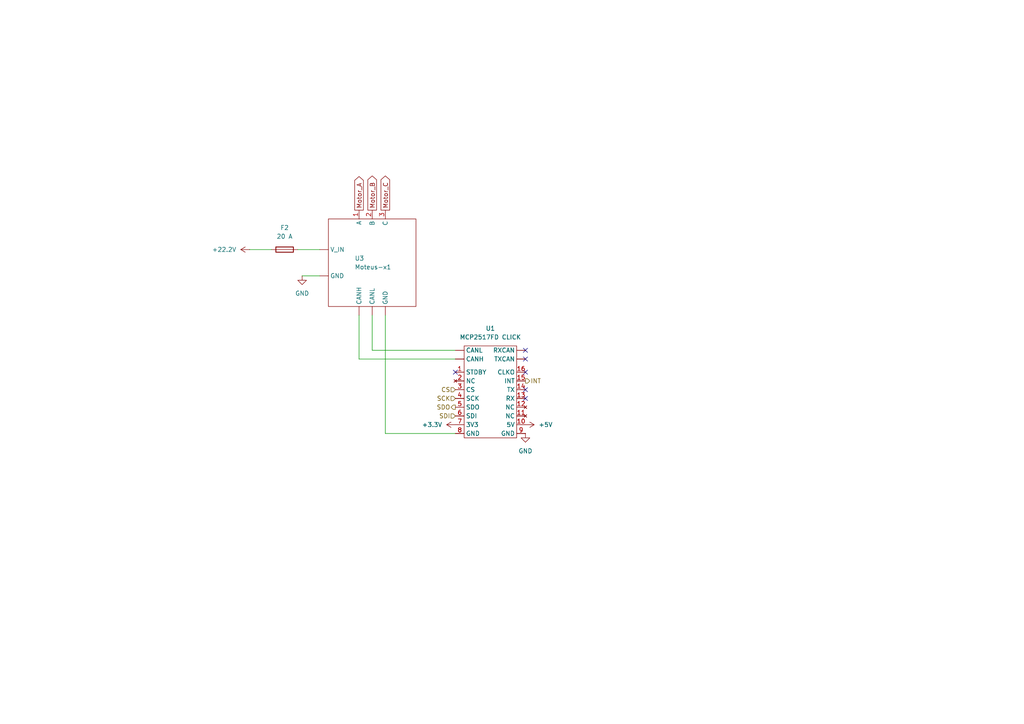
<source format=kicad_sch>
(kicad_sch (version 20250114) (generator "eeschema") (generator_version "9.0")
  (paper "A4")
  (lib_symbols
    (symbol "Custom_Parts:MCP2517FD_CLICK"
      (property "Reference" "U" (at 0 0 0))
      (symbol "MCP2517FD_CLICK_0_1"
        (rectangle (start -7.62 12.7) (end 7.62 -13.97))
      )
      (symbol "MCP2517FD_CLICK_1_1"
        (pin bidirectional line (at -10.16 11.43 0) (length 2.54) (name "CANL") (number ""))
        (pin bidirectional line (at -10.16 8.89 0) (length 2.54) (name "CANH") (number ""))
        (pin input line (at -10.16 5.08 0) (length 2.54) (name "STDBY") (number "1"))
        (pin no_connect line (at -10.16 2.54 0) (length 2.54) (name "NC") (number "2"))
        (pin input line (at -10.16 0 0) (length 2.54) (name "CS") (number "3"))
        (pin input line (at -10.16 -2.54 0) (length 2.54) (name "SCK") (number "4"))
        (pin output line (at -10.16 -5.08 0) (length 2.54) (name "SDO") (number "5"))
        (pin input line (at -10.16 -7.62 0) (length 2.54) (name "SDI") (number "6"))
        (pin power_in line (at -10.16 -10.16 0) (length 2.54) (name "3V3") (number "7"))
        (pin bidirectional line (at -10.16 -12.7 0) (length 2.54) (name "GND") (number "8"))
        (pin bidirectional line (at 10.16 11.43 180) (length 2.54) (name "RXCAN") (number ""))
        (pin bidirectional line (at 10.16 8.89 180) (length 2.54) (name "TXCAN") (number ""))
        (pin output line (at 10.16 5.08 180) (length 2.54) (name "CLKO") (number "16"))
        (pin bidirectional line (at 10.16 2.54 180) (length 2.54) (name "INT") (number "15"))
        (pin bidirectional line (at 10.16 0 180) (length 2.54) (name "TX") (number "14"))
        (pin bidirectional line (at 10.16 -2.54 180) (length 2.54) (name "RX") (number "13"))
        (pin no_connect line (at 10.16 -5.08 180) (length 2.54) (name "NC") (number "12"))
        (pin no_connect line (at 10.16 -7.62 180) (length 2.54) (name "NC") (number "11"))
        (pin power_in line (at 10.16 -10.16 180) (length 2.54) (name "5V") (number "10"))
        (pin bidirectional line (at 10.16 -12.7 180) (length 2.54) (name "GND") (number "9"))
      )
    )
    (symbol "Custom_Parts:Moteus-x1"
      (property "Reference" "U3" (at -5.08 1.27 0))
      (property "Value" "Moteus-x1" (at -5.08 -1.27 0))
      (symbol "Moteus-x1_0_1"
        (rectangle (start -12.7 12.7) (end 12.7 -12.7))
      )
      (symbol "Moteus-x1_1_1"
        (pin power_in line (at -15.24 3.81 0) (length 2.54) (name "V_IN") (number ""))
        (pin power_in line (at -15.24 -3.81 0) (length 2.54) (name "GND") (number ""))
        (pin bidirectional line (at -3.81 15.24 270) (length 2.54) (name "A") (number "1"))
        (pin bidirectional line (at -3.81 -15.24 90) (length 2.54) (name "CANH") (number ""))
        (pin bidirectional line (at 0 15.24 270) (length 2.54) (name "B") (number "2"))
        (pin bidirectional line (at 0 -15.24 90) (length 2.54) (name "CANL") (number ""))
        (pin bidirectional line (at 3.81 15.24 270) (length 2.54) (name "C") (number "3"))
        (pin power_in line (at 3.81 -15.24 90) (length 2.54) (name "GND") (number ""))
      )
    )
    (symbol "Device:Fuse" (pin_numbers (hide yes)) (pin_names (offset 0))
      (property "Reference" "F" (at 2.032 0 90))
      (property "Value" "Fuse" (at -1.905 0 90))
      (symbol "Fuse_0_1"
        (rectangle (start -0.762 -2.54) (end 0.762 2.54) (stroke (width 0.254)))
        (polyline (pts (xy 0 2.54) (xy 0 -2.54)))
      )
      (symbol "Fuse_1_1"
        (pin passive line (at 0 3.81 270) (length 1.27) (name "~") (number "1"))
        (pin passive line (at 0 -3.81 90) (length 1.27) (name "~") (number "2"))
      )
    )
    (symbol "power:+24V" (power) (pin_numbers (hide yes)) (pin_names (offset 0) (hide yes))
      (property "Value" "+24V" (at 0 3.556 0))
      (symbol "+24V_0_1"
        (polyline (pts (xy -0.762 1.27) (xy 0 2.54)))
        (polyline (pts (xy 0 2.54) (xy 0.762 1.27)))
        (polyline (pts (xy 0 0) (xy 0 2.54)))
      )
      (symbol "+24V_1_1"
        (pin power_in line (at 0 0 90) (length 0) (name "~") (number "1"))
      )
    )
    (symbol "power:+3.3V" (power) (pin_numbers (hide yes)) (pin_names (offset 0) (hide yes))
      (property "Value" "+3.3V" (at 0 3.556 0))
      (symbol "+3.3V_0_1"
        (polyline (pts (xy -0.762 1.27) (xy 0 2.54)))
        (polyline (pts (xy 0 2.54) (xy 0.762 1.27)))
        (polyline (pts (xy 0 0) (xy 0 2.54)))
      )
      (symbol "+3.3V_1_1"
        (pin power_in line (at 0 0 90) (length 0) (name "~") (number "1"))
      )
    )
    (symbol "power:+5V" (power) (pin_numbers (hide yes)) (pin_names (offset 0) (hide yes))
      (property "Value" "+5V" (at 0 3.556 0))
      (symbol "+5V_0_1"
        (polyline (pts (xy -0.762 1.27) (xy 0 2.54)))
        (polyline (pts (xy 0 2.54) (xy 0.762 1.27)))
        (polyline (pts (xy 0 0) (xy 0 2.54)))
      )
      (symbol "+5V_1_1"
        (pin power_in line (at 0 0 90) (length 0) (name "~") (number "1"))
      )
    )
    (symbol "power:GND" (power) (pin_numbers (hide yes)) (pin_names (offset 0) (hide yes))
      (property "Value" "GND" (at 0 -3.81 0))
      (symbol "GND_0_1"
        (polyline (pts (xy 0 0) (xy 0 -1.27) (xy 1.27 -1.27) (xy 0 -2.54) (xy -1.27 -1.27) (xy 0 -1.27)))
      )
      (symbol "GND_1_1"
        (pin power_in line (at 0 0 270) (length 0) (name "~") (number "1"))
      )
    )
  )
  (no_connect (at 152.4 104.14))
  (no_connect (at 152.4 101.6))
  (no_connect (at 152.4 107.95))
  (no_connect (at 152.4 115.57))
  (no_connect (at 132.08 107.95))
  (no_connect (at 152.4 113.03))
  (wire (pts (xy 72.39 72.39) (xy 78.74 72.39)))
  (wire (pts (xy 104.14 104.14) (xy 104.14 91.44)))
  (wire (pts (xy 107.95 91.44) (xy 107.95 101.6)))
  (wire (pts (xy 132.08 104.14) (xy 104.14 104.14)))
  (wire (pts (xy 86.36 72.39) (xy 92.71 72.39)))
  (wire (pts (xy 87.63 80.01) (xy 92.71 80.01)))
  (wire (pts (xy 111.76 125.73) (xy 132.08 125.73)))
  (wire (pts (xy 111.76 91.44) (xy 111.76 125.73)))
  (wire (pts (xy 107.95 101.6) (xy 132.08 101.6)))
  (global_label "Motor_B" (shape output) (at 107.95 60.96 90) (property "Intersheetrefs" "${INTERSHEET_REFS}" (effects (hide yes))))
  (global_label "Motor_A" (shape output) (at 104.14 60.96 90) (property "Intersheetrefs" "${INTERSHEET_REFS}" (effects (hide yes))))
  (global_label "Motor_C" (shape output) (at 111.76 60.96 90) (property "Intersheetrefs" "${INTERSHEET_REFS}" (effects (hide yes))))
  (hierarchical_label "INT" (shape output) (at 152.4 110.49 0))
  (hierarchical_label "SDI" (shape input) (at 132.08 120.65 180))
  (hierarchical_label "SCK" (shape input) (at 132.08 115.57 180))
  (hierarchical_label "SDO" (shape output) (at 132.08 118.11 180))
  (hierarchical_label "CS" (shape input) (at 132.08 113.03 180))
  (symbol (lib_id "Device:Fuse") (at 82.55 72.39 270) (unit 1)
    (property "Reference" "F2" (at 82.55 66.04 90))
    (property "Value" "20 A" (at 82.55 68.58 90))
    (property "Description" "Fuse" (effects (hide yes)))
  )
  (symbol (lib_id "power:+3.3V") (at 132.08 123.19 90) (unit 1)
    (property "Reference" "#PWR01" (effects (hide yes)))
    (property "Value" "+3.3V" (at 128.27 123.1899 90) (effects (justify left)))
    (property "Description" "Power symbol creates a global label with name \"+3.3V\"" (effects (hide yes)))
  )
  (symbol (lib_id "Custom_Parts:MCP2517FD_CLICK") (at 142.24 113.03 0) (unit 1)
    (property "Reference" "U1" (at 142.24 95.25 0))
    (property "Value" "MCP2517FD CLICK" (at 142.24 97.79 0))
  )
  (symbol (lib_id "Custom_Parts:Moteus-x1") (at 107.95 76.2 0) (unit 1)
    (property "Reference" "U3" (at 102.87 74.93 0) (effects (justify left)))
    (property "Value" "Moteus-x1" (at 102.87 77.47 0) (effects (justify left)))
  )
  (symbol (lib_id "power:+5V") (at 152.4 123.19 270) (unit 1)
    (property "Reference" "#PWR04" (effects (hide yes)))
    (property "Value" "+5V" (at 156.21 123.1899 90) (effects (justify left)))
    (property "Description" "Power symbol creates a global label with name \"+5V\"" (effects (hide yes)))
  )
  (symbol (lib_id "power:GND") (at 152.4 125.73 0) (unit 1)
    (property "Reference" "#PWR03" (effects (hide yes)))
    (property "Value" "GND" (at 152.4 130.81 0))
    (property "Description" "Power symbol creates a global label with name \"GND\" , ground" (effects (hide yes)))
  )
  (symbol (lib_id "power:GND") (at 87.63 80.01 0) (unit 1)
    (property "Reference" "#PWR017" (effects (hide yes)))
    (property "Value" "GND" (at 87.63 85.09 0))
    (property "Description" "Power symbol creates a global label with name \"GND\" , ground" (effects (hide yes)))
  )
  (symbol (lib_id "power:+24V") (at 72.39 72.39 90) (unit 1)
    (property "Reference" "#PWR016" (effects (hide yes)))
    (property "Value" "+22.2V" (at 68.58 72.3899 90) (effects (justify left)))
    (property "Description" "Power symbol creates a global label with name \"+24V\"" (effects (hide yes)))
  )
)
</source>
